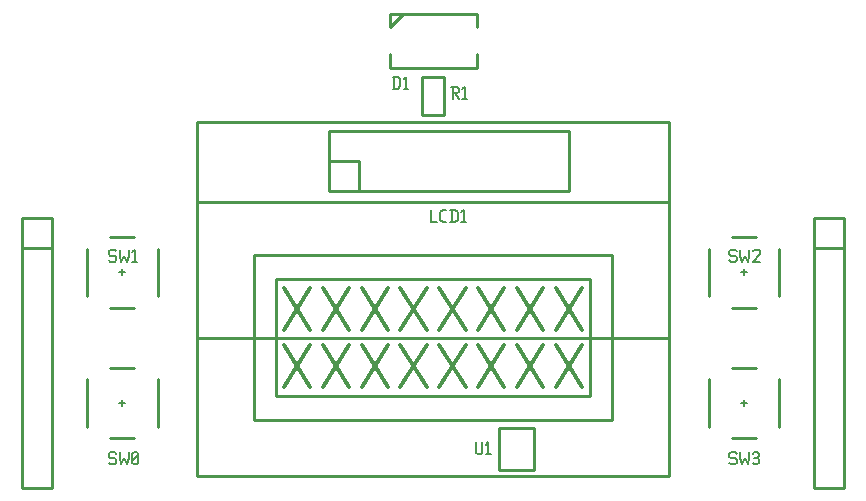
<source format=gbr>
G04 start of page 9 for group -4079 idx -4079 *
G04 Title: (unknown), topsilk *
G04 Creator: pcb 20110918 *
G04 CreationDate: Tue 28 Jun 2016 03:12:46 AM GMT UTC *
G04 For: railfan *
G04 Format: Gerber/RS-274X *
G04 PCB-Dimensions: 275000 250000 *
G04 PCB-Coordinate-Origin: lower left *
%MOIN*%
%FSLAX25Y25*%
%LNTOPSILK*%
%ADD52C,0.0080*%
%ADD51C,0.0140*%
%ADD50C,0.0100*%
G54D50*X58750Y95690D02*X216230D01*
X189750Y70000D02*Y31000D01*
X197250Y78000D02*Y23000D01*
X216230Y4390D02*Y122500D01*
X58750D01*
X189750Y31000D02*X85250D01*
Y70000D02*X189750D01*
X77750Y23000D02*X197250D01*
X77750Y78000D02*X197230D01*
X85250Y31000D02*Y70000D01*
X77750Y78000D02*Y23000D01*
X58750Y50500D02*X216230D01*
X58750Y122500D02*Y4390D01*
X216230D01*
G54D51*X87750Y34000D02*X96500Y48000D01*
X87750D02*X96500Y34000D01*
X100700D02*X109450Y48000D01*
X100700D02*X109450Y34000D01*
X113650D02*X122400Y48000D01*
X113650D02*X122400Y34000D01*
X126600D02*X135350Y48000D01*
X126600D02*X135350Y34000D01*
X139550D02*X148300Y48000D01*
X139550D02*X148300Y34000D01*
X152500D02*X161250Y48000D01*
X152500D02*X161250Y34000D01*
X165450D02*X174200Y48000D01*
X165450D02*X174200Y34000D01*
X178400D02*X187150Y48000D01*
X178400D02*X187150Y34000D01*
X87750Y53000D02*X96500Y67000D01*
X87750D02*X96500Y53000D01*
X100700D02*X109450Y67000D01*
X100700D02*X109450Y53000D01*
X113650D02*X122400Y67000D01*
X113650D02*X122400Y53000D01*
X126600D02*X135350Y67000D01*
X126600D02*X135350Y53000D01*
X139550D02*X148300Y67000D01*
X139550D02*X148300Y53000D01*
X152500D02*X161250Y67000D01*
X152500D02*X161250Y53000D01*
X165450D02*X174200Y67000D01*
X165450D02*X174200Y53000D01*
X178400D02*X187150Y67000D01*
X178400D02*X187150Y53000D01*
G54D52*X32858Y72295D02*X34858D01*
X33858Y73295D02*Y71295D01*
X32858Y28705D02*X34858D01*
X33858Y29705D02*Y27705D01*
X240142Y28705D02*X242142D01*
X241142Y29705D02*Y27705D01*
X240142Y72295D02*X242142D01*
X241142Y73295D02*Y71295D01*
G54D50*X133759Y137299D02*Y124701D01*
Y137299D02*X141241D01*
Y124701D01*
X133759D02*X141241D01*
X102750Y99500D02*X182750D01*
Y119500D02*Y99500D01*
X102750Y119500D02*X182750D01*
X102750D02*Y99500D01*
X112750Y109500D02*Y99500D01*
X102750Y109500D02*X112750D01*
X123000Y140500D02*X152000D01*
X123000Y158500D02*X152000D01*
Y154000D01*
Y140500D02*Y145000D01*
X123000Y158500D02*Y154000D01*
Y140500D02*Y145000D01*
X127500Y158500D02*X123000Y154000D01*
X500Y90500D02*Y500D01*
X10500D01*
Y90500D01*
X500D01*
Y80500D02*X10500D01*
Y90500D01*
X22047Y36579D02*Y20831D01*
X29921Y40516D02*X37795D01*
X45669Y36579D02*Y20831D01*
X29921Y16894D02*X37795D01*
X22047Y80169D02*Y64421D01*
X29921Y84106D02*X37795D01*
X45669Y80169D02*Y64421D01*
X29921Y60484D02*X37795D01*
X264500Y90500D02*Y500D01*
X274500D01*
Y90500D01*
X264500D01*
Y80500D02*X274500D01*
Y90500D01*
X229331Y36579D02*Y20831D01*
X237205Y40516D02*X245079D01*
X252953Y36579D02*Y20831D01*
X237205Y16894D02*X245079D01*
X229331Y80169D02*Y64421D01*
X237205Y84106D02*X245079D01*
X252953Y80169D02*Y64421D01*
X237205Y60484D02*X245079D01*
X159350Y20300D02*Y6400D01*
X171150D01*
Y20300D02*Y6400D01*
X159350Y20300D02*X171150D01*
G54D52*X143500Y134000D02*X145500D01*
X146000Y133500D01*
Y132500D01*
X145500Y132000D02*X146000Y132500D01*
X144000Y132000D02*X145500D01*
X144000Y134000D02*Y130000D01*
X144800Y132000D02*X146000Y130000D01*
X147200Y133200D02*X148000Y134000D01*
Y130000D01*
X147200D02*X148700D01*
X136750Y93000D02*Y89000D01*
X138750D01*
X140650D02*X141950D01*
X139950Y89700D02*X140650Y89000D01*
X139950Y92300D02*Y89700D01*
Y92300D02*X140650Y93000D01*
X141950D01*
X143650D02*Y89000D01*
X144950Y93000D02*X145650Y92300D01*
Y89700D01*
X144950Y89000D02*X145650Y89700D01*
X143150Y89000D02*X144950D01*
X143150Y93000D02*X144950D01*
X146850Y92200D02*X147650Y93000D01*
Y89000D01*
X146850D02*X148350D01*
X124500Y137500D02*Y133500D01*
X125800Y137500D02*X126500Y136800D01*
Y134200D01*
X125800Y133500D02*X126500Y134200D01*
X124000Y133500D02*X125800D01*
X124000Y137500D02*X125800D01*
X127700Y136700D02*X128500Y137500D01*
Y133500D01*
X127700D02*X129200D01*
X31358Y12205D02*X31858Y11705D01*
X29858Y12205D02*X31358D01*
X29358Y11705D02*X29858Y12205D01*
X29358Y11705D02*Y10705D01*
X29858Y10205D01*
X31358D01*
X31858Y9705D01*
Y8705D01*
X31358Y8205D02*X31858Y8705D01*
X29858Y8205D02*X31358D01*
X29358Y8705D02*X29858Y8205D01*
X33058Y12205D02*Y10205D01*
X33558Y8205D01*
X34558Y10205D01*
X35558Y8205D01*
X36058Y10205D01*
Y12205D02*Y10205D01*
X37258Y8705D02*X37758Y8205D01*
X37258Y11705D02*Y8705D01*
Y11705D02*X37758Y12205D01*
X38758D01*
X39258Y11705D01*
Y8705D01*
X38758Y8205D02*X39258Y8705D01*
X37758Y8205D02*X38758D01*
X37258Y9205D02*X39258Y11205D01*
X31358Y79795D02*X31858Y79295D01*
X29858Y79795D02*X31358D01*
X29358Y79295D02*X29858Y79795D01*
X29358Y79295D02*Y78295D01*
X29858Y77795D01*
X31358D01*
X31858Y77295D01*
Y76295D01*
X31358Y75795D02*X31858Y76295D01*
X29858Y75795D02*X31358D01*
X29358Y76295D02*X29858Y75795D01*
X33058Y79795D02*Y77795D01*
X33558Y75795D01*
X34558Y77795D01*
X35558Y75795D01*
X36058Y77795D01*
Y79795D02*Y77795D01*
X37258Y78995D02*X38058Y79795D01*
Y75795D01*
X37258D02*X38758D01*
X238142Y12205D02*X238642Y11705D01*
X236642Y12205D02*X238142D01*
X236142Y11705D02*X236642Y12205D01*
X236142Y11705D02*Y10705D01*
X236642Y10205D01*
X238142D01*
X238642Y9705D01*
Y8705D01*
X238142Y8205D02*X238642Y8705D01*
X236642Y8205D02*X238142D01*
X236142Y8705D02*X236642Y8205D01*
X239842Y12205D02*Y10205D01*
X240342Y8205D01*
X241342Y10205D01*
X242342Y8205D01*
X242842Y10205D01*
Y12205D02*Y10205D01*
X244042Y11705D02*X244542Y12205D01*
X245542D01*
X246042Y11705D01*
X245542Y8205D02*X246042Y8705D01*
X244542Y8205D02*X245542D01*
X244042Y8705D02*X244542Y8205D01*
Y10405D02*X245542D01*
X246042Y11705D02*Y10905D01*
Y9905D02*Y8705D01*
Y9905D02*X245542Y10405D01*
X246042Y10905D02*X245542Y10405D01*
X238142Y79795D02*X238642Y79295D01*
X236642Y79795D02*X238142D01*
X236142Y79295D02*X236642Y79795D01*
X236142Y79295D02*Y78295D01*
X236642Y77795D01*
X238142D01*
X238642Y77295D01*
Y76295D01*
X238142Y75795D02*X238642Y76295D01*
X236642Y75795D02*X238142D01*
X236142Y76295D02*X236642Y75795D01*
X239842Y79795D02*Y77795D01*
X240342Y75795D01*
X241342Y77795D01*
X242342Y75795D01*
X242842Y77795D01*
Y79795D02*Y77795D01*
X244042Y79295D02*X244542Y79795D01*
X246042D01*
X246542Y79295D01*
Y78295D01*
X244042Y75795D02*X246542Y78295D01*
X244042Y75795D02*X246542D01*
X151950Y15600D02*Y12100D01*
X152450Y11600D01*
X153450D01*
X153950Y12100D01*
Y15600D02*Y12100D01*
X155150Y14800D02*X155950Y15600D01*
Y11600D01*
X155150D02*X156650D01*
M02*

</source>
